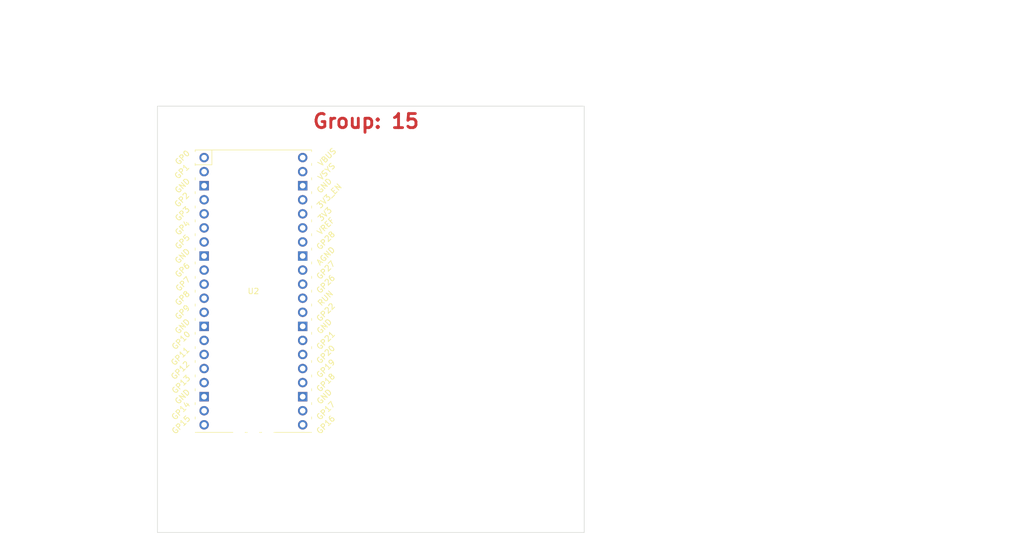
<source format=kicad_pcb>
(kicad_pcb (version 20221018) (generator pcbnew)
  (layers (0 "F.Cu" signal) (1 "In1.Cu" signal) (2 "In2.Cu" signal) (31 "B.Cu" signal) (34 "B.Paste" user) (35 "F.Paste" user) (36 "B.SilkS" user "B.Silkscreen") (37 "F.SilkS" user "F.Silkscreen") (38 "B.Mask" user) (39 "F.Mask" user) (44 "Edge.Cuts" user))
  (net 0 "")
  (footprint "491_Footprints:Pico W" (layer "F.Cu") (at 124.46 96.52)
    (fp_text reference "U2" (at 0 0) (layer "F.SilkS") (effects (font (size 1.016 1.016) (thickness 0.1524))))
    (fp_text value "Pico")
    (fp_text user "GND" (at 12.8 6.35 45) (layer "F.SilkS") (effects (font (size 1.016 1.016) (thickness 0.1524))))
    (fp_text user "GP21" (at 13.054 8.9 45) (layer "F.SilkS") (effects (font (size 1.016 1.016) (thickness 0.1524))))
    (fp_text user "GP16" (at 13.054 24.13 45) (layer "F.SilkS") (effects (font (size 1.016 1.016) (thickness 0.1524))))
    (fp_text user "RUN" (at 13 1.27 45) (layer "F.SilkS") (effects (font (size 1.016 1.016) (thickness 0.1524))))
    (fp_text user "GP10" (at -13.054 8.89 45) (layer "F.SilkS") (effects (font (size 1.016 1.016) (thickness 0.1524))))
    (fp_text user "GP8" (at -12.8 1.27 45) (layer "F.SilkS") (effects (font (size 1.016 1.016) (thickness 0.1524))))
    (fp_text user "GP9" (at -12.8 3.81 45) (layer "F.SilkS") (effects (font (size 1.016 1.016) (thickness 0.1524))))
    (fp_text user "AGND" (at 13.054 -6.35 45) (layer "F.SilkS") (effects (font (size 1.016 1.016) (thickness 0.1524))))
    (fp_text user "GND" (at -12.8 6.35 45) (layer "F.SilkS") (effects (font (size 1.016 1.016) (thickness 0.1524))))
    (fp_text user "GP5" (at -12.8 -8.89 45) (layer "F.SilkS") (effects (font (size 1.016 1.016) (thickness 0.1524))))
    (fp_text user "VSYS" (at 13.2 -21.59 45) (layer "F.SilkS") (effects (font (size 1.016 1.016) (thickness 0.1524))))
    (fp_text user "VBUS" (at 13.3 -24.2 45) (layer "F.SilkS") (effects (font (size 1.016 1.016) (thickness 0.1524))))
    (fp_text user "GP12" (at -13.2 14.2925 45) (layer "F.SilkS") (effects (font (size 1.016 1.016) (thickness 0.1524))))
    (fp_text user "GP0" (at -12.8 -24.13 45) (layer "F.SilkS") (effects (font (size 1.016 1.016) (thickness 0.1524))))
    (fp_text user "GP6" (at -12.8 -3.81 45) (layer "F.SilkS") (effects (font (size 1.016 1.016) (thickness 0.1524))))
    (fp_text user "GP20" (at 13.054 11.43 45) (layer "F.SilkS") (effects (font (size 1.016 1.016) (thickness 0.1524))))
    (fp_text user "GP13" (at -13.054 16.8325 45) (layer "F.SilkS") (effects (font (size 1.016 1.016) (thickness 0.1524))))
    (fp_text user "GP27" (at 13.054 -3.8 45) (layer "F.SilkS") (effects (font (size 1.016 1.016) (thickness 0.1524))))
    (fp_text user "GND" (at 12.8 -19.05 45) (layer "F.SilkS") (effects (font (size 1.016 1.016) (thickness 0.1524))))
    (fp_text user "GP7" (at -12.7 -1.3 45) (layer "F.SilkS") (effects (font (size 1.016 1.016) (thickness 0.1524))))
    (fp_text user "GP11" (at -13.2 11.7525 45) (layer "F.SilkS") (effects (font (size 1.016 1.016) (thickness 0.1524))))
    (fp_text user "GP28" (at 13.054 -9.144 45) (layer "F.SilkS") (effects (font (size 1.016 1.016) (thickness 0.1524))))
    (fp_text user "3V3" (at 12.9 -13.9 45) (layer "F.SilkS") (effects (font (size 1.016 1.016) (thickness 0.1524))))
    (fp_text user "GP15" (at -13.054 24.13 45) (layer "F.SilkS") (effects (font (size 1.016 1.016) (thickness 0.1524))))
    (fp_text user "GP3" (at -12.8 -13.97 45) (layer "F.SilkS") (effects (font (size 1.016 1.016) (thickness 0.1524))))
    (fp_text user "GP18" (at 13.054 16.51 45) (layer "F.SilkS") (effects (font (size 1.016 1.016) (thickness 0.1524))))
    (fp_text user "GND" (at -12.8 19.05 45) (layer "F.SilkS") (effects (font (size 1.016 1.016) (thickness 0.1524))))
    (fp_text user "GND" (at -12.8 -6.35 45) (layer "F.SilkS") (effects (font (size 1.016 1.016) (thickness 0.1524))))
    (fp_text user "GND" (at -12.8 -19.05 45) (layer "F.SilkS") (effects (font (size 1.016 1.016) (thickness 0.1524))))
    (fp_text user "GP19" (at 13.054 13.97 45) (layer "F.SilkS") (effects (font (size 1.016 1.016) (thickness 0.1524))))
    (fp_text user "GP2" (at -12.9 -16.51 45) (layer "F.SilkS") (effects (font (size 1.016 1.016) (thickness 0.1524))))
    (fp_text user "GP22" (at 13.054 3.81 45) (layer "F.SilkS") (effects (font (size 1.016 1.016) (thickness 0.1524))))
    (fp_text user "GP4" (at -12.8 -11.43 45) (layer "F.SilkS") (effects (font (size 1.016 1.016) (thickness 0.1524))))
    (fp_text user "GP14" (at -13.1 21.59 45) (layer "F.SilkS") (effects (font (size 1.016 1.016) (thickness 0.1524))))
    (fp_text user "VREF" (at 13.0675 -11.7425 45) (layer "F.SilkS") (effects (font (size 1.016 1.016) (thickness 0.1524))))
    (fp_text user "3V3_EN" (at 13.7 -17.2 45) (layer "F.SilkS") (effects (font (size 1.016 1.016) (thickness 0.1524))))
    (fp_text user "GP1" (at -12.9 -21.6 45) (layer "F.SilkS") (effects (font (size 1.016 1.016) (thickness 0.1524))))
    (fp_text user "GP26" (at 13.054 -1.27 45) (layer "F.SilkS") (effects (font (size 1.016 1.016) (thickness 0.1524))))
    (fp_text user "GP17" (at 13.054 21.59 45) (layer "F.SilkS") (effects (font (size 1.016 1.016) (thickness 0.1524))))
    (fp_text user "GND" (at 12.8 19.05 45) (layer "F.SilkS") (effects (font (size 1.016 1.016) (thickness 0.1524))))
    (fp_line (start -10.5 -25.5) (end -10.5 -25.2) (stroke (width 0.12)) (layer "F.SilkS"))
    (fp_line (start -10.5 -25.5) (end 10.5 -25.5) (stroke (width 0.12)) (layer "F.SilkS"))
    (fp_line (start -10.5 -23.1) (end -10.5 -22.7) (stroke (width 0.12)) (layer "F.SilkS"))
    (fp_line (start -10.5 -22.833) (end -7.493 -22.833) (stroke (width 0.12)) (layer "F.SilkS"))
    (fp_line (start -10.5 -20.5) (end -10.5 -20.1) (stroke (width 0.12)) (layer "F.SilkS"))
    (fp_line (start -10.5 -18) (end -10.5 -17.6) (stroke (width 0.12)) (layer "F.SilkS"))
    (fp_line (start -10.5 -15.4) (end -10.5 -15) (stroke (width 0.12)) (layer "F.SilkS"))
    (fp_line (start -10.5 -12.9) (end -10.5 -12.5) (stroke (width 0.12)) (layer "F.SilkS"))
    (fp_line (start -10.5 -10.4) (end -10.5 -10) (stroke (width 0.12)) (layer "F.SilkS"))
    (fp_line (start -10.5 -7.8) (end -10.5 -7.4) (stroke (width 0.12)) (layer "F.SilkS"))
    (fp_line (start -10.5 -5.3) (end -10.5 -4.9) (stroke (width 0.12)) (layer "F.SilkS"))
    (fp_line (start -10.5 -2.7) (end -10.5 -2.3) (stroke (width 0.12)) (layer "F.SilkS"))
    (fp_line (start -10.5 -0.2) (end -10.5 0.2) (stroke (width 0.12)) (layer "F.SilkS"))
    (fp_line (start -10.5 2.3) (end -10.5 2.7) (stroke (width 0.12)) (layer "F.SilkS"))
    (fp_line (start -10.5 4.9) (end -10.5 5.3) (stroke (width 0.12)) (layer "F.SilkS"))
    (fp_line (start -10.5 7.4) (end -10.5 7.8) (stroke (width 0.12)) (layer "F.SilkS"))
    (fp_line (start -10.5 10) (end -10.5 10.4) (stroke (width 0.12)) (layer "F.SilkS"))
    (fp_line (start -10.5 12.5) (end -10.5 12.9) (stroke (width 0.12)) (layer "F.SilkS"))
    (fp_line (start -10.5 15.1) (end -10.5 15.5) (stroke (width 0.12)) (layer "F.SilkS"))
    (fp_line (start -10.5 17.6) (end -10.5 18) (stroke (width 0.12)) (layer "F.SilkS"))
    (fp_line (start -10.5 20.1) (end -10.5 20.5) (stroke (width 0.12)) (layer "F.SilkS"))
    (fp_line (start -10.5 22.7) (end -10.5 23.1) (stroke (width 0.12)) (layer "F.SilkS"))
    (fp_line (start -7.493 -22.833) (end -7.493 -25.5) (stroke (width 0.12)) (layer "F.SilkS"))
    (fp_line (start -3.7 25.5) (end -10.5 25.5) (stroke (width 0.12)) (layer "F.SilkS"))
    (fp_line (start -1.5 25.5) (end -1.1 25.5) (stroke (width 0.12)) (layer "F.SilkS"))
    (fp_line (start 1.1 25.5) (end 1.5 25.5) (stroke (width 0.12)) (layer "F.SilkS"))
    (fp_line (start 10.5 -25.5) (end 10.5 -25.2) (stroke (width 0.12)) (layer "F.SilkS"))
    (fp_line (start 10.5 -23.1) (end 10.5 -22.7) (stroke (width 0.12)) (layer "F.SilkS"))
    (fp_line (start 10.5 -20.5) (end 10.5 -20.1) (stroke (width 0.12)) (layer "F.SilkS"))
    (fp_line (start 10.5 -18) (end 10.5 -17.6) (stroke (width 0.12)) (layer "F.SilkS"))
    (fp_line (start 10.5 -15.4) (end 10.5 -15) (stroke (width 0.12)) (layer "F.SilkS"))
    (fp_line (start 10.5 -12.9) (end 10.5 -12.5) (stroke (width 0.12)) (layer "F.SilkS"))
    (fp_line (start 10.5 -10.4) (end 10.5 -10) (stroke (width 0.12)) (layer "F.SilkS"))
    (fp_line (start 10.5 -7.8) (end 10.5 -7.4) (stroke (width 0.12)) (layer "F.SilkS"))
    (fp_line (start 10.5 -5.3) (end 10.5 -4.9) (stroke (width 0.12)) (layer "F.SilkS"))
    (fp_line (start 10.5 -2.7) (end 10.5 -2.3) (stroke (width 0.12)) (layer "F.SilkS"))
    (fp_line (start 10.5 -0.2) (end 10.5 0.2) (stroke (width 0.12)) (layer "F.SilkS"))
    (fp_line (start 10.5 2.3) (end 10.5 2.7) (stroke (width 0.12)) (layer "F.SilkS"))
    (fp_line (start 10.5 4.9) (end 10.5 5.3) (stroke (width 0.12)) (layer "F.SilkS"))
    (fp_line (start 10.5 7.4) (end 10.5 7.8) (stroke (width 0.12)) (layer "F.SilkS"))
    (fp_line (start 10.5 10) (end 10.5 10.4) (stroke (width 0.12)) (layer "F.SilkS"))
    (fp_line (start 10.5 12.5) (end 10.5 12.9) (stroke (width 0.12)) (layer "F.SilkS"))
    (fp_line (start 10.5 15.1) (end 10.5 15.5) (stroke (width 0.12)) (layer "F.SilkS"))
    (fp_line (start 10.5 17.6) (end 10.5 18) (stroke (width 0.12)) (layer "F.SilkS"))
    (fp_line (start 10.5 20.1) (end 10.5 20.5) (stroke (width 0.12)) (layer "F.SilkS"))
    (fp_line (start 10.5 22.7) (end 10.5 23.1) (stroke (width 0.12)) (layer "F.SilkS"))
    (fp_line (start 10.5 25.5) (end 3.7 25.5) (stroke (width 0.12)) (layer "F.SilkS"))
    (pad "1" thru_hole oval (at -8.89 -24.13) (size 1.7 1.7) (drill 1.02) (layers "*.Cu" "*.Mask"))
    (pad "2" thru_hole oval (at -8.89 -21.59) (size 1.7 1.7) (drill 1.02) (layers "*.Cu" "*.Mask"))
    (pad "3" thru_hole rect (at -8.89 -19.05) (size 1.7 1.7) (drill 1.02) (layers "*.Cu" "*.Mask"))
    (pad "4" thru_hole oval (at -8.89 -16.51) (size 1.7 1.7) (drill 1.02) (layers "*.Cu" "*.Mask"))
    (pad "5" thru_hole oval (at -8.89 -13.97) (size 1.7 1.7) (drill 1.02) (layers "*.Cu" "*.Mask"))
    (pad "6" thru_hole oval (at -8.89 -11.43) (size 1.7 1.7) (drill 1.02) (layers "*.Cu" "*.Mask"))
    (pad "7" thru_hole oval (at -8.89 -8.89) (size 1.7 1.7) (drill 1.02) (layers "*.Cu" "*.Mask"))
    (pad "8" thru_hole rect (at -8.89 -6.35) (size 1.7 1.7) (drill 1.02) (layers "*.Cu" "*.Mask"))
    (pad "9" thru_hole oval (at -8.89 -3.81) (size 1.7 1.7) (drill 1.02) (layers "*.Cu" "*.Mask"))
    (pad "10" thru_hole oval (at -8.89 -1.27) (size 1.7 1.7) (drill 1.02) (layers "*.Cu" "*.Mask"))
    (pad "11" thru_hole oval (at -8.89 1.27) (size 1.7 1.7) (drill 1.02) (layers "*.Cu" "*.Mask"))
    (pad "12" thru_hole oval (at -8.89 3.81) (size 1.7 1.7) (drill 1.02) (layers "*.Cu" "*.Mask"))
    (pad "13" thru_hole rect (at -8.89 6.35) (size 1.7 1.7) (drill 1.02) (layers "*.Cu" "*.Mask"))
    (pad "14" thru_hole oval (at -8.89 8.89) (size 1.7 1.7) (drill 1.02) (layers "*.Cu" "*.Mask"))
    (pad "15" thru_hole oval (at -8.89 11.43) (size 1.7 1.7) (drill 1.02) (layers "*.Cu" "*.Mask"))
    (pad "16" thru_hole oval (at -8.89 13.97) (size 1.7 1.7) (drill 1.02) (layers "*.Cu" "*.Mask"))
    (pad "17" thru_hole oval (at -8.89 16.51) (size 1.7 1.7) (drill 1.02) (layers "*.Cu" "*.Mask"))
    (pad "18" thru_hole rect (at -8.89 19.05) (size 1.7 1.7) (drill 1.02) (layers "*.Cu" "*.Mask"))
    (pad "19" thru_hole oval (at -8.89 21.59) (size 1.7 1.7) (drill 1.02) (layers "*.Cu" "*.Mask"))
    (pad "20" thru_hole oval (at -8.89 24.13) (size 1.7 1.7) (drill 1.02) (layers "*.Cu" "*.Mask"))
    (pad "21" thru_hole oval (at 8.89 24.13) (size 1.7 1.7) (drill 1.02) (layers "*.Cu" "*.Mask"))
    (pad "22" thru_hole oval (at 8.89 21.59) (size 1.7 1.7) (drill 1.02) (layers "*.Cu" "*.Mask"))
    (pad "23" thru_hole rect (at 8.89 19.05) (size 1.7 1.7) (drill 1.02) (layers "*.Cu" "*.Mask"))
    (pad "24" thru_hole oval (at 8.89 16.51) (size 1.7 1.7) (drill 1.02) (layers "*.Cu" "*.Mask"))
    (pad "25" thru_hole oval (at 8.89 13.97) (size 1.7 1.7) (drill 1.02) (layers "*.Cu" "*.Mask"))
    (pad "26" thru_hole oval (at 8.89 11.43) (size 1.7 1.7) (drill 1.02) (layers "*.Cu" "*.Mask"))
    (pad "27" thru_hole oval (at 8.89 8.89) (size 1.7 1.7) (drill 1.02) (layers "*.Cu" "*.Mask"))
    (pad "28" thru_hole rect (at 8.89 6.35) (size 1.7 1.7) (drill 1.02) (layers "*.Cu" "*.Mask"))
    (pad "29" thru_hole oval (at 8.89 3.81) (size 1.7 1.7) (drill 1.02) (layers "*.Cu" "*.Mask"))
    (pad "30" thru_hole oval (at 8.89 1.27) (size 1.7 1.7) (drill 1.02) (layers "*.Cu" "*.Mask"))
    (pad "31" thru_hole oval (at 8.89 -1.27) (size 1.7 1.7) (drill 1.02) (layers "*.Cu" "*.Mask"))
    (pad "32" thru_hole oval (at 8.89 -3.81) (size 1.7 1.7) (drill 1.02) (layers "*.Cu" "*.Mask"))
    (pad "33" thru_hole rect (at 8.89 -6.35) (size 1.7 1.7) (drill 1.02) (layers "*.Cu" "*.Mask"))
    (pad "34" thru_hole oval (at 8.89 -8.89) (size 1.7 1.7) (drill 1.02) (layers "*.Cu" "*.Mask"))
    (pad "35" thru_hole oval (at 8.89 -11.43) (size 1.7 1.7) (drill 1.02) (layers "*.Cu" "*.Mask"))
    (pad "36" thru_hole oval (at 8.89 -13.97) (size 1.7 1.7) (drill 1.02) (layers "*.Cu" "*.Mask"))
    (pad "37" thru_hole oval (at 8.89 -16.51) (size 1.7 1.7) (drill 1.02) (layers "*.Cu" "*.Mask"))
    (pad "38" thru_hole rect (at 8.89 -19.05) (size 1.7 1.7) (drill 1.02) (layers "*.Cu" "*.Mask"))
    (pad "39" thru_hole oval (at 8.89 -21.59) (size 1.7 1.7) (drill 1.02) (layers "*.Cu" "*.Mask"))
    (pad "40" thru_hole oval (at 8.89 -24.13) (size 1.7 1.7) (drill 1.02) (layers "*.Cu" "*.Mask"))
  )
  (gr_rect locked (start 107.15 63.1) (end 184.15 140.1) (stroke (width 0.1)) (fill none) (layer "Edge.Cuts"))
  (gr_text "Group: 15" (at 144.78 67.31) (layer "F.Cu") (effects (font (size 2.54 2.54) (thickness 0.508) bold) (justify bottom)))
)
</source>
